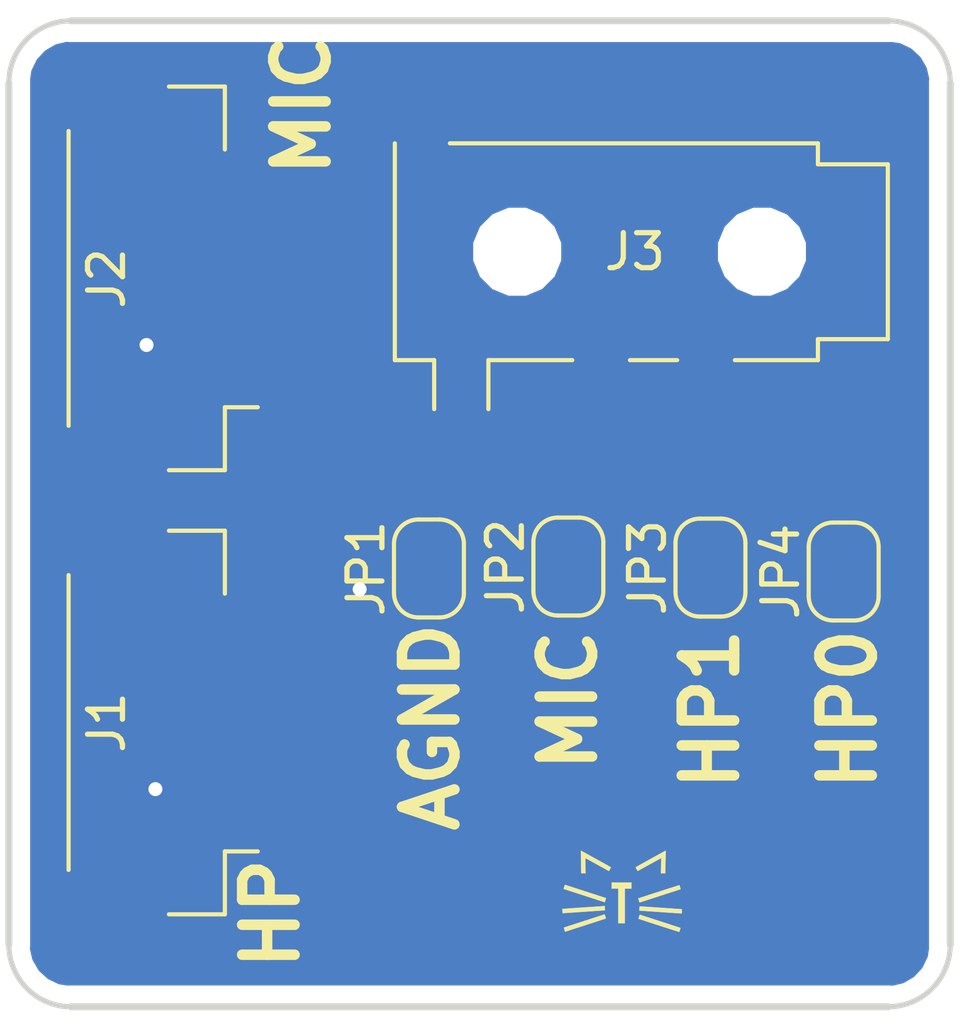
<source format=kicad_pcb>
(kicad_pcb (version 20171130) (host pcbnew "(5.0.0)")

  (general
    (thickness 1.6)
    (drawings 14)
    (tracks 44)
    (zones 0)
    (modules 8)
    (nets 13)
  )

  (page A4)
  (layers
    (0 F.Cu signal)
    (31 B.Cu signal)
    (32 B.Adhes user)
    (33 F.Adhes user)
    (34 B.Paste user)
    (35 F.Paste user)
    (36 B.SilkS user)
    (37 F.SilkS user)
    (38 B.Mask user)
    (39 F.Mask user)
    (40 Dwgs.User user)
    (41 Cmts.User user)
    (42 Eco1.User user)
    (43 Eco2.User user)
    (44 Edge.Cuts user)
    (45 Margin user)
    (46 B.CrtYd user)
    (47 F.CrtYd user)
    (48 B.Fab user)
    (49 F.Fab user)
  )

  (setup
    (last_trace_width 0.25)
    (trace_clearance 0.2)
    (zone_clearance 0.508)
    (zone_45_only no)
    (trace_min 0.2)
    (segment_width 0.2)
    (edge_width 0.15)
    (via_size 0.8)
    (via_drill 0.4)
    (via_min_size 0.4)
    (via_min_drill 0.3)
    (uvia_size 0.3)
    (uvia_drill 0.1)
    (uvias_allowed no)
    (uvia_min_size 0.2)
    (uvia_min_drill 0.1)
    (pcb_text_width 0.3)
    (pcb_text_size 1.5 1.5)
    (mod_edge_width 0.15)
    (mod_text_size 1 1)
    (mod_text_width 0.15)
    (pad_size 1.524 1.524)
    (pad_drill 0.762)
    (pad_to_mask_clearance 0.2)
    (aux_axis_origin 0 0)
    (visible_elements FFFFFF7F)
    (pcbplotparams
      (layerselection 0x010fc_ffffffff)
      (usegerberextensions false)
      (usegerberattributes false)
      (usegerberadvancedattributes false)
      (creategerberjobfile false)
      (excludeedgelayer true)
      (linewidth 0.100000)
      (plotframeref false)
      (viasonmask false)
      (mode 1)
      (useauxorigin false)
      (hpglpennumber 1)
      (hpglpenspeed 20)
      (hpglpendiameter 15.000000)
      (psnegative false)
      (psa4output false)
      (plotreference true)
      (plotvalue true)
      (plotinvisibletext false)
      (padsonsilk false)
      (subtractmaskfromsilk false)
      (outputformat 1)
      (mirror false)
      (drillshape 0)
      (scaleselection 1)
      (outputdirectory ""))
  )

  (net 0 "")
  (net 1 DGND)
  (net 2 AGND)
  (net 3 HP0)
  (net 4 HP1)
  (net 5 3V3)
  (net 6 5V)
  (net 7 MIC_1)
  (net 8 MIC_0)
  (net 9 "Net-(J3-Pad4)")
  (net 10 "Net-(J3-Pad1)")
  (net 11 "Net-(J3-Pad2)")
  (net 12 "Net-(J3-Pad3)")

  (net_class Default "This is the default net class."
    (clearance 0.2)
    (trace_width 0.25)
    (via_dia 0.8)
    (via_drill 0.4)
    (uvia_dia 0.3)
    (uvia_drill 0.1)
    (add_net 3V3)
    (add_net 5V)
    (add_net AGND)
    (add_net DGND)
    (add_net HP0)
    (add_net HP1)
    (add_net MIC_0)
    (add_net MIC_1)
    (add_net "Net-(J3-Pad1)")
    (add_net "Net-(J3-Pad2)")
    (add_net "Net-(J3-Pad3)")
    (add_net "Net-(J3-Pad4)")
  )

  (module Connector_JST:JST_GH_BM06B-GHS-TBT_1x06-1MP_P1.25mm_Vertical (layer F.Cu) (tedit 5AA47DC8) (tstamp 5C3549C9)
    (at 121.92 97.79 90)
    (descr "JST GH series connector, BM06B-GHS-TBT (http://www.jst-mfg.com/product/pdf/eng/eGH.pdf), generated with kicad-footprint-generator")
    (tags "connector JST GH side entry")
    (path /5C354439)
    (attr smd)
    (fp_text reference J1 (at 0 -1.524 90) (layer F.SilkS)
      (effects (font (size 1 1) (thickness 0.15)))
    )
    (fp_text value Conn_01x06_Male (at 0 4 90) (layer F.Fab)
      (effects (font (size 1 1) (thickness 0.15)))
    )
    (fp_line (start -5.375 1.75) (end 5.375 1.75) (layer F.Fab) (width 0.1))
    (fp_line (start -5.485 0.26) (end -5.485 1.86) (layer F.SilkS) (width 0.12))
    (fp_line (start -5.485 1.86) (end -3.685 1.86) (layer F.SilkS) (width 0.12))
    (fp_line (start -3.685 1.86) (end -3.685 2.8) (layer F.SilkS) (width 0.12))
    (fp_line (start 5.485 0.26) (end 5.485 1.86) (layer F.SilkS) (width 0.12))
    (fp_line (start 5.485 1.86) (end 3.685 1.86) (layer F.SilkS) (width 0.12))
    (fp_line (start -4.215 -2.61) (end 4.215 -2.61) (layer F.SilkS) (width 0.12))
    (fp_line (start -5.375 -2.5) (end 5.375 -2.5) (layer F.Fab) (width 0.1))
    (fp_line (start -5.375 1.75) (end -5.375 -2.5) (layer F.Fab) (width 0.1))
    (fp_line (start 5.375 1.75) (end 5.375 -2.5) (layer F.Fab) (width 0.1))
    (fp_line (start -3.375 -0.5) (end -3.375 0) (layer F.Fab) (width 0.1))
    (fp_line (start -3.375 0) (end -2.875 0) (layer F.Fab) (width 0.1))
    (fp_line (start -2.875 0) (end -2.875 -0.5) (layer F.Fab) (width 0.1))
    (fp_line (start -2.875 -0.5) (end -3.375 -0.5) (layer F.Fab) (width 0.1))
    (fp_line (start -2.125 -0.5) (end -2.125 0) (layer F.Fab) (width 0.1))
    (fp_line (start -2.125 0) (end -1.625 0) (layer F.Fab) (width 0.1))
    (fp_line (start -1.625 0) (end -1.625 -0.5) (layer F.Fab) (width 0.1))
    (fp_line (start -1.625 -0.5) (end -2.125 -0.5) (layer F.Fab) (width 0.1))
    (fp_line (start -0.875 -0.5) (end -0.875 0) (layer F.Fab) (width 0.1))
    (fp_line (start -0.875 0) (end -0.375 0) (layer F.Fab) (width 0.1))
    (fp_line (start -0.375 0) (end -0.375 -0.5) (layer F.Fab) (width 0.1))
    (fp_line (start -0.375 -0.5) (end -0.875 -0.5) (layer F.Fab) (width 0.1))
    (fp_line (start 0.375 -0.5) (end 0.375 0) (layer F.Fab) (width 0.1))
    (fp_line (start 0.375 0) (end 0.875 0) (layer F.Fab) (width 0.1))
    (fp_line (start 0.875 0) (end 0.875 -0.5) (layer F.Fab) (width 0.1))
    (fp_line (start 0.875 -0.5) (end 0.375 -0.5) (layer F.Fab) (width 0.1))
    (fp_line (start 1.625 -0.5) (end 1.625 0) (layer F.Fab) (width 0.1))
    (fp_line (start 1.625 0) (end 2.125 0) (layer F.Fab) (width 0.1))
    (fp_line (start 2.125 0) (end 2.125 -0.5) (layer F.Fab) (width 0.1))
    (fp_line (start 2.125 -0.5) (end 1.625 -0.5) (layer F.Fab) (width 0.1))
    (fp_line (start 2.875 -0.5) (end 2.875 0) (layer F.Fab) (width 0.1))
    (fp_line (start 2.875 0) (end 3.375 0) (layer F.Fab) (width 0.1))
    (fp_line (start 3.375 0) (end 3.375 -0.5) (layer F.Fab) (width 0.1))
    (fp_line (start 3.375 -0.5) (end 2.875 -0.5) (layer F.Fab) (width 0.1))
    (fp_line (start -5.98 -3.3) (end -5.98 3.3) (layer F.CrtYd) (width 0.05))
    (fp_line (start -5.98 3.3) (end 5.98 3.3) (layer F.CrtYd) (width 0.05))
    (fp_line (start 5.98 3.3) (end 5.98 -3.3) (layer F.CrtYd) (width 0.05))
    (fp_line (start 5.98 -3.3) (end -5.98 -3.3) (layer F.CrtYd) (width 0.05))
    (fp_line (start -3.625 1.75) (end -3.125 1.042893) (layer F.Fab) (width 0.1))
    (fp_line (start -3.125 1.042893) (end -2.625 1.75) (layer F.Fab) (width 0.1))
    (fp_text user %R (at 0 -1.5 90) (layer F.Fab)
      (effects (font (size 1 1) (thickness 0.15)))
    )
    (pad 1 smd rect (at -3.125 1.95 90) (size 0.6 1.7) (layers F.Cu F.Paste F.Mask)
      (net 1 DGND))
    (pad 2 smd rect (at -1.875 1.95 90) (size 0.6 1.7) (layers F.Cu F.Paste F.Mask)
      (net 2 AGND))
    (pad 3 smd rect (at -0.625 1.95 90) (size 0.6 1.7) (layers F.Cu F.Paste F.Mask)
      (net 3 HP0))
    (pad 4 smd rect (at 0.625 1.95 90) (size 0.6 1.7) (layers F.Cu F.Paste F.Mask)
      (net 4 HP1))
    (pad 5 smd rect (at 1.875 1.95 90) (size 0.6 1.7) (layers F.Cu F.Paste F.Mask)
      (net 5 3V3))
    (pad 6 smd rect (at 3.125 1.95 90) (size 0.6 1.7) (layers F.Cu F.Paste F.Mask)
      (net 6 5V))
    (pad MP smd rect (at -4.975 -1.4 90) (size 1 2.8) (layers F.Cu F.Paste F.Mask))
    (pad MP smd rect (at 4.975 -1.4 90) (size 1 2.8) (layers F.Cu F.Paste F.Mask))
    (model ${KISYS3DMOD}/Connector_JST.3dshapes/JST_GH_BM06B-GHS-TBT_1x06-1MP_P1.25mm_Vertical.wrl
      (at (xyz 0 0 0))
      (scale (xyz 1 1 1))
      (rotate (xyz 0 0 0))
    )
  )

  (module Connector_JST:JST_GH_BM06B-GHS-TBT_1x06-1MP_P1.25mm_Vertical (layer F.Cu) (tedit 5AA47DC8) (tstamp 5C3549FE)
    (at 121.92 85.09 90)
    (descr "JST GH series connector, BM06B-GHS-TBT (http://www.jst-mfg.com/product/pdf/eng/eGH.pdf), generated with kicad-footprint-generator")
    (tags "connector JST GH side entry")
    (path /5C3544C9)
    (attr smd)
    (fp_text reference J2 (at 0 -1.524 90) (layer F.SilkS)
      (effects (font (size 1 1) (thickness 0.15)))
    )
    (fp_text value Conn_01x06_Male (at 0 4 90) (layer F.Fab)
      (effects (font (size 1 1) (thickness 0.15)))
    )
    (fp_line (start -5.375 1.75) (end 5.375 1.75) (layer F.Fab) (width 0.1))
    (fp_line (start -5.485 0.26) (end -5.485 1.86) (layer F.SilkS) (width 0.12))
    (fp_line (start -5.485 1.86) (end -3.685 1.86) (layer F.SilkS) (width 0.12))
    (fp_line (start -3.685 1.86) (end -3.685 2.8) (layer F.SilkS) (width 0.12))
    (fp_line (start 5.485 0.26) (end 5.485 1.86) (layer F.SilkS) (width 0.12))
    (fp_line (start 5.485 1.86) (end 3.685 1.86) (layer F.SilkS) (width 0.12))
    (fp_line (start -4.215 -2.61) (end 4.215 -2.61) (layer F.SilkS) (width 0.12))
    (fp_line (start -5.375 -2.5) (end 5.375 -2.5) (layer F.Fab) (width 0.1))
    (fp_line (start -5.375 1.75) (end -5.375 -2.5) (layer F.Fab) (width 0.1))
    (fp_line (start 5.375 1.75) (end 5.375 -2.5) (layer F.Fab) (width 0.1))
    (fp_line (start -3.375 -0.5) (end -3.375 0) (layer F.Fab) (width 0.1))
    (fp_line (start -3.375 0) (end -2.875 0) (layer F.Fab) (width 0.1))
    (fp_line (start -2.875 0) (end -2.875 -0.5) (layer F.Fab) (width 0.1))
    (fp_line (start -2.875 -0.5) (end -3.375 -0.5) (layer F.Fab) (width 0.1))
    (fp_line (start -2.125 -0.5) (end -2.125 0) (layer F.Fab) (width 0.1))
    (fp_line (start -2.125 0) (end -1.625 0) (layer F.Fab) (width 0.1))
    (fp_line (start -1.625 0) (end -1.625 -0.5) (layer F.Fab) (width 0.1))
    (fp_line (start -1.625 -0.5) (end -2.125 -0.5) (layer F.Fab) (width 0.1))
    (fp_line (start -0.875 -0.5) (end -0.875 0) (layer F.Fab) (width 0.1))
    (fp_line (start -0.875 0) (end -0.375 0) (layer F.Fab) (width 0.1))
    (fp_line (start -0.375 0) (end -0.375 -0.5) (layer F.Fab) (width 0.1))
    (fp_line (start -0.375 -0.5) (end -0.875 -0.5) (layer F.Fab) (width 0.1))
    (fp_line (start 0.375 -0.5) (end 0.375 0) (layer F.Fab) (width 0.1))
    (fp_line (start 0.375 0) (end 0.875 0) (layer F.Fab) (width 0.1))
    (fp_line (start 0.875 0) (end 0.875 -0.5) (layer F.Fab) (width 0.1))
    (fp_line (start 0.875 -0.5) (end 0.375 -0.5) (layer F.Fab) (width 0.1))
    (fp_line (start 1.625 -0.5) (end 1.625 0) (layer F.Fab) (width 0.1))
    (fp_line (start 1.625 0) (end 2.125 0) (layer F.Fab) (width 0.1))
    (fp_line (start 2.125 0) (end 2.125 -0.5) (layer F.Fab) (width 0.1))
    (fp_line (start 2.125 -0.5) (end 1.625 -0.5) (layer F.Fab) (width 0.1))
    (fp_line (start 2.875 -0.5) (end 2.875 0) (layer F.Fab) (width 0.1))
    (fp_line (start 2.875 0) (end 3.375 0) (layer F.Fab) (width 0.1))
    (fp_line (start 3.375 0) (end 3.375 -0.5) (layer F.Fab) (width 0.1))
    (fp_line (start 3.375 -0.5) (end 2.875 -0.5) (layer F.Fab) (width 0.1))
    (fp_line (start -5.98 -3.3) (end -5.98 3.3) (layer F.CrtYd) (width 0.05))
    (fp_line (start -5.98 3.3) (end 5.98 3.3) (layer F.CrtYd) (width 0.05))
    (fp_line (start 5.98 3.3) (end 5.98 -3.3) (layer F.CrtYd) (width 0.05))
    (fp_line (start 5.98 -3.3) (end -5.98 -3.3) (layer F.CrtYd) (width 0.05))
    (fp_line (start -3.625 1.75) (end -3.125 1.042893) (layer F.Fab) (width 0.1))
    (fp_line (start -3.125 1.042893) (end -2.625 1.75) (layer F.Fab) (width 0.1))
    (fp_text user %R (at 0 -1.5 90) (layer F.Fab)
      (effects (font (size 1 1) (thickness 0.15)))
    )
    (pad 1 smd rect (at -3.125 1.95 90) (size 0.6 1.7) (layers F.Cu F.Paste F.Mask)
      (net 1 DGND))
    (pad 2 smd rect (at -1.875 1.95 90) (size 0.6 1.7) (layers F.Cu F.Paste F.Mask)
      (net 2 AGND))
    (pad 3 smd rect (at -0.625 1.95 90) (size 0.6 1.7) (layers F.Cu F.Paste F.Mask)
      (net 8 MIC_0))
    (pad 4 smd rect (at 0.625 1.95 90) (size 0.6 1.7) (layers F.Cu F.Paste F.Mask)
      (net 7 MIC_1))
    (pad 5 smd rect (at 1.875 1.95 90) (size 0.6 1.7) (layers F.Cu F.Paste F.Mask)
      (net 5 3V3))
    (pad 6 smd rect (at 3.125 1.95 90) (size 0.6 1.7) (layers F.Cu F.Paste F.Mask)
      (net 6 5V))
    (pad MP smd rect (at -4.975 -1.4 90) (size 1 2.8) (layers F.Cu F.Paste F.Mask))
    (pad MP smd rect (at 4.975 -1.4 90) (size 1 2.8) (layers F.Cu F.Paste F.Mask))
    (model ${KISYS3DMOD}/Connector_JST.3dshapes/JST_GH_BM06B-GHS-TBT_1x06-1MP_P1.25mm_Vertical.wrl
      (at (xyz 0 0 0))
      (scale (xyz 1 1 1))
      (rotate (xyz 0 0 0))
    )
  )

  (module Connector_Audio:Jack_3.5mm_PJ320D_Horizontal (layer F.Cu) (tedit 5A1DBF1B) (tstamp 5C354A23)
    (at 134.366 84.328 180)
    (descr "Headphones with microphone connector, 3.5mm, 4 pins.")
    (tags "3.5mm jack mic microphone phones headphones 4pins audio plug")
    (path /5C36AA5D)
    (attr smd)
    (fp_text reference J3 (at -1.143 0 180) (layer F.SilkS)
      (effects (font (size 1 1) (thickness 0.15)))
    )
    (fp_text value AudioJack4_Ground (at -0.025 6.35 180) (layer F.Fab)
      (effects (font (size 1 1) (thickness 0.15)))
    )
    (fp_text user %R (at -1.195 0 180) (layer F.Fab)
      (effects (font (size 1 1) (thickness 0.15)))
    )
    (fp_line (start 3.05 -3.1) (end 3.05 -4.5) (layer F.SilkS) (width 0.12))
    (fp_line (start 4.6 -3.1) (end 4.6 -4.5) (layer F.SilkS) (width 0.12))
    (fp_line (start 5.575 2.9) (end -6.225 2.9) (layer F.Fab) (width 0.1))
    (fp_line (start -6.225 2.9) (end -6.225 2.3) (layer F.Fab) (width 0.1))
    (fp_line (start -6.225 2.3) (end -8.225 2.3) (layer F.Fab) (width 0.1))
    (fp_line (start -8.225 2.3) (end -8.225 -2.3) (layer F.Fab) (width 0.1))
    (fp_line (start -8.225 -2.3) (end -6.225 -2.3) (layer F.Fab) (width 0.1))
    (fp_line (start -6.225 -2.3) (end -6.225 -2.9) (layer F.Fab) (width 0.1))
    (fp_line (start -6.225 -2.9) (end 5.575 -2.9) (layer F.Fab) (width 0.1))
    (fp_line (start 5.575 -2.9) (end 5.575 2.9) (layer F.Fab) (width 0.1))
    (fp_line (start 4.15 3.1) (end -6.375 3.1) (layer F.SilkS) (width 0.12))
    (fp_line (start 4.6 -3.1) (end 5.725 -3.1) (layer F.SilkS) (width 0.12))
    (fp_line (start 0.65 -3.1) (end 3.05 -3.1) (layer F.SilkS) (width 0.12))
    (fp_line (start -2.35 -3.1) (end -1 -3.1) (layer F.SilkS) (width 0.12))
    (fp_line (start -6.375 -3.1) (end -4 -3.1) (layer F.SilkS) (width 0.12))
    (fp_line (start 6.07 5) (end 6.07 -5) (layer F.CrtYd) (width 0.05))
    (fp_line (start -8.73 5) (end -8.73 -5) (layer F.CrtYd) (width 0.05))
    (fp_line (start 5.725 3.1) (end 5.725 -3.1) (layer F.SilkS) (width 0.12))
    (fp_line (start -8.73 5) (end 6.07 5) (layer F.CrtYd) (width 0.05))
    (fp_line (start -8.73 -5) (end 6.07 -5) (layer F.CrtYd) (width 0.05))
    (fp_line (start -6.375 -3.1) (end -6.375 -2.5) (layer F.SilkS) (width 0.12))
    (fp_line (start -6.375 2.5) (end -6.375 3.1) (layer F.SilkS) (width 0.12))
    (fp_line (start -8.375 -2.5) (end -8.375 2.5) (layer F.SilkS) (width 0.12))
    (fp_line (start -6.375 -2.5) (end -8.375 -2.5) (layer F.SilkS) (width 0.12))
    (fp_line (start -6.375 2.5) (end -8.375 2.5) (layer F.SilkS) (width 0.12))
    (fp_circle (center 3.9 -2.35) (end 3.95 -2.1) (layer F.Fab) (width 0.12))
    (pad 4 smd rect (at 4.925 3.25 180) (size 1.2 2.5) (layers F.Cu F.Paste F.Mask)
      (net 9 "Net-(J3-Pad4)"))
    (pad 1 smd rect (at 3.825 -3.25 180) (size 1.2 2.5) (layers F.Cu F.Paste F.Mask)
      (net 10 "Net-(J3-Pad1)"))
    (pad 2 smd rect (at -0.175 -3.25 180) (size 1.2 2.5) (layers F.Cu F.Paste F.Mask)
      (net 11 "Net-(J3-Pad2)"))
    (pad 3 smd rect (at -3.175 -3.25 180) (size 1.2 2.5) (layers F.Cu F.Paste F.Mask)
      (net 12 "Net-(J3-Pad3)"))
    (pad "" np_thru_hole circle (at -4.775 0 180) (size 1.5 1.5) (drill 1.5) (layers *.Cu *.Mask))
    (pad "" np_thru_hole circle (at 2.225 0 180) (size 1.5 1.5) (drill 1.5) (layers *.Cu *.Mask))
    (model ${KISYS3DMOD}/Connector_Audio.3dshapes/Jack_3.5mm_PJ320D_Horizontal.wrl
      (at (xyz 0 0 0))
      (scale (xyz 1 1 1))
      (rotate (xyz 0 0 0))
    )
  )

  (module Jumper:SolderJumper-2_P1.3mm_Bridged_RoundedPad1.0x1.5mm (layer F.Cu) (tedit 5B391ABA) (tstamp 5C354A35)
    (at 129.6162 93.3854 90)
    (descr "SMD Solder Jumper, 1x1.5mm, rounded Pads, 0.3mm gap, bridged with 1 copper strip")
    (tags "solder jumper open")
    (path /5C36B451)
    (attr virtual)
    (fp_text reference JP1 (at 0 -1.8 90) (layer F.SilkS)
      (effects (font (size 1 1) (thickness 0.15)))
    )
    (fp_text value SolderJumper_2_Bridged (at 0 1.9 90) (layer F.Fab)
      (effects (font (size 1 1) (thickness 0.15)))
    )
    (fp_arc (start 0.7 -0.3) (end 1.4 -0.3) (angle -90) (layer F.SilkS) (width 0.12))
    (fp_arc (start 0.7 0.3) (end 0.7 1) (angle -90) (layer F.SilkS) (width 0.12))
    (fp_arc (start -0.7 0.3) (end -1.4 0.3) (angle -90) (layer F.SilkS) (width 0.12))
    (fp_arc (start -0.7 -0.3) (end -0.7 -1) (angle -90) (layer F.SilkS) (width 0.12))
    (fp_line (start -1.4 0.3) (end -1.4 -0.3) (layer F.SilkS) (width 0.12))
    (fp_line (start 0.7 1) (end -0.7 1) (layer F.SilkS) (width 0.12))
    (fp_line (start 1.4 -0.3) (end 1.4 0.3) (layer F.SilkS) (width 0.12))
    (fp_line (start -0.7 -1) (end 0.7 -1) (layer F.SilkS) (width 0.12))
    (fp_line (start -1.65 -1.25) (end 1.65 -1.25) (layer F.CrtYd) (width 0.05))
    (fp_line (start -1.65 -1.25) (end -1.65 1.25) (layer F.CrtYd) (width 0.05))
    (fp_line (start 1.65 1.25) (end 1.65 -1.25) (layer F.CrtYd) (width 0.05))
    (fp_line (start 1.65 1.25) (end -1.65 1.25) (layer F.CrtYd) (width 0.05))
    (pad 1 smd custom (at -0.65 0 90) (size 1 0.5) (layers F.Cu F.Mask)
      (net 2 AGND) (zone_connect 0)
      (options (clearance outline) (anchor rect))
      (primitives
        (gr_circle (center 0 0.25) (end 0.5 0.25) (width 0))
        (gr_circle (center 0 -0.25) (end 0.5 -0.25) (width 0))
        (gr_poly (pts
           (xy 0 -0.75) (xy 0.5 -0.75) (xy 0.5 0.75) (xy 0 0.75)) (width 0))
        (gr_poly (pts
           (xy 0.9 -0.3) (xy 0.4 -0.3) (xy 0.4 0.3) (xy 0.9 0.3)) (width 0))
      ))
    (pad 2 smd custom (at 0.65 0 90) (size 1 0.5) (layers F.Cu F.Mask)
      (net 9 "Net-(J3-Pad4)") (zone_connect 0)
      (options (clearance outline) (anchor rect))
      (primitives
        (gr_circle (center 0 0.25) (end 0.5 0.25) (width 0))
        (gr_circle (center 0 -0.25) (end 0.5 -0.25) (width 0))
        (gr_poly (pts
           (xy 0 -0.75) (xy -0.5 -0.75) (xy -0.5 0.75) (xy 0 0.75)) (width 0))
      ))
  )

  (module Jumper:SolderJumper-2_P1.3mm_Bridged_RoundedPad1.0x1.5mm (layer F.Cu) (tedit 5B391ABA) (tstamp 5C354A47)
    (at 133.604 93.33 90)
    (descr "SMD Solder Jumper, 1x1.5mm, rounded Pads, 0.3mm gap, bridged with 1 copper strip")
    (tags "solder jumper open")
    (path /5C36B95E)
    (attr virtual)
    (fp_text reference JP2 (at 0 -1.8 90) (layer F.SilkS)
      (effects (font (size 1 1) (thickness 0.15)))
    )
    (fp_text value SolderJumper_2_Bridged (at 0 1.9 90) (layer F.Fab)
      (effects (font (size 1 1) (thickness 0.15)))
    )
    (fp_line (start 1.65 1.25) (end -1.65 1.25) (layer F.CrtYd) (width 0.05))
    (fp_line (start 1.65 1.25) (end 1.65 -1.25) (layer F.CrtYd) (width 0.05))
    (fp_line (start -1.65 -1.25) (end -1.65 1.25) (layer F.CrtYd) (width 0.05))
    (fp_line (start -1.65 -1.25) (end 1.65 -1.25) (layer F.CrtYd) (width 0.05))
    (fp_line (start -0.7 -1) (end 0.7 -1) (layer F.SilkS) (width 0.12))
    (fp_line (start 1.4 -0.3) (end 1.4 0.3) (layer F.SilkS) (width 0.12))
    (fp_line (start 0.7 1) (end -0.7 1) (layer F.SilkS) (width 0.12))
    (fp_line (start -1.4 0.3) (end -1.4 -0.3) (layer F.SilkS) (width 0.12))
    (fp_arc (start -0.7 -0.3) (end -0.7 -1) (angle -90) (layer F.SilkS) (width 0.12))
    (fp_arc (start -0.7 0.3) (end -1.4 0.3) (angle -90) (layer F.SilkS) (width 0.12))
    (fp_arc (start 0.7 0.3) (end 0.7 1) (angle -90) (layer F.SilkS) (width 0.12))
    (fp_arc (start 0.7 -0.3) (end 1.4 -0.3) (angle -90) (layer F.SilkS) (width 0.12))
    (pad 2 smd custom (at 0.65 0 90) (size 1 0.5) (layers F.Cu F.Mask)
      (net 12 "Net-(J3-Pad3)") (zone_connect 0)
      (options (clearance outline) (anchor rect))
      (primitives
        (gr_circle (center 0 0.25) (end 0.5 0.25) (width 0))
        (gr_circle (center 0 -0.25) (end 0.5 -0.25) (width 0))
        (gr_poly (pts
           (xy 0 -0.75) (xy -0.5 -0.75) (xy -0.5 0.75) (xy 0 0.75)) (width 0))
      ))
    (pad 1 smd custom (at -0.65 0 90) (size 1 0.5) (layers F.Cu F.Mask)
      (net 8 MIC_0) (zone_connect 0)
      (options (clearance outline) (anchor rect))
      (primitives
        (gr_circle (center 0 0.25) (end 0.5 0.25) (width 0))
        (gr_circle (center 0 -0.25) (end 0.5 -0.25) (width 0))
        (gr_poly (pts
           (xy 0 -0.75) (xy 0.5 -0.75) (xy 0.5 0.75) (xy 0 0.75)) (width 0))
        (gr_poly (pts
           (xy 0.9 -0.3) (xy 0.4 -0.3) (xy 0.4 0.3) (xy 0.9 0.3)) (width 0))
      ))
  )

  (module Jumper:SolderJumper-2_P1.3mm_Bridged_RoundedPad1.0x1.5mm (layer F.Cu) (tedit 5B391ABA) (tstamp 5C354A59)
    (at 137.668 93.36 90)
    (descr "SMD Solder Jumper, 1x1.5mm, rounded Pads, 0.3mm gap, bridged with 1 copper strip")
    (tags "solder jumper open")
    (path /5C36B4CA)
    (attr virtual)
    (fp_text reference JP3 (at 0 -1.8 90) (layer F.SilkS)
      (effects (font (size 1 1) (thickness 0.15)))
    )
    (fp_text value SolderJumper_2_Bridged (at 0 1.9 90) (layer F.Fab)
      (effects (font (size 1 1) (thickness 0.15)))
    )
    (fp_line (start 1.65 1.25) (end -1.65 1.25) (layer F.CrtYd) (width 0.05))
    (fp_line (start 1.65 1.25) (end 1.65 -1.25) (layer F.CrtYd) (width 0.05))
    (fp_line (start -1.65 -1.25) (end -1.65 1.25) (layer F.CrtYd) (width 0.05))
    (fp_line (start -1.65 -1.25) (end 1.65 -1.25) (layer F.CrtYd) (width 0.05))
    (fp_line (start -0.7 -1) (end 0.7 -1) (layer F.SilkS) (width 0.12))
    (fp_line (start 1.4 -0.3) (end 1.4 0.3) (layer F.SilkS) (width 0.12))
    (fp_line (start 0.7 1) (end -0.7 1) (layer F.SilkS) (width 0.12))
    (fp_line (start -1.4 0.3) (end -1.4 -0.3) (layer F.SilkS) (width 0.12))
    (fp_arc (start -0.7 -0.3) (end -0.7 -1) (angle -90) (layer F.SilkS) (width 0.12))
    (fp_arc (start -0.7 0.3) (end -1.4 0.3) (angle -90) (layer F.SilkS) (width 0.12))
    (fp_arc (start 0.7 0.3) (end 0.7 1) (angle -90) (layer F.SilkS) (width 0.12))
    (fp_arc (start 0.7 -0.3) (end 1.4 -0.3) (angle -90) (layer F.SilkS) (width 0.12))
    (pad 2 smd custom (at 0.65 0 90) (size 1 0.5) (layers F.Cu F.Mask)
      (net 11 "Net-(J3-Pad2)") (zone_connect 0)
      (options (clearance outline) (anchor rect))
      (primitives
        (gr_circle (center 0 0.25) (end 0.5 0.25) (width 0))
        (gr_circle (center 0 -0.25) (end 0.5 -0.25) (width 0))
        (gr_poly (pts
           (xy 0 -0.75) (xy -0.5 -0.75) (xy -0.5 0.75) (xy 0 0.75)) (width 0))
      ))
    (pad 1 smd custom (at -0.65 0 90) (size 1 0.5) (layers F.Cu F.Mask)
      (net 4 HP1) (zone_connect 0)
      (options (clearance outline) (anchor rect))
      (primitives
        (gr_circle (center 0 0.25) (end 0.5 0.25) (width 0))
        (gr_circle (center 0 -0.25) (end 0.5 -0.25) (width 0))
        (gr_poly (pts
           (xy 0 -0.75) (xy 0.5 -0.75) (xy 0.5 0.75) (xy 0 0.75)) (width 0))
        (gr_poly (pts
           (xy 0.9 -0.3) (xy 0.4 -0.3) (xy 0.4 0.3) (xy 0.9 0.3)) (width 0))
      ))
  )

  (module Jumper:SolderJumper-2_P1.3mm_Bridged_RoundedPad1.0x1.5mm (layer F.Cu) (tedit 5B391ABA) (tstamp 5C354A6B)
    (at 141.478 93.472 90)
    (descr "SMD Solder Jumper, 1x1.5mm, rounded Pads, 0.3mm gap, bridged with 1 copper strip")
    (tags "solder jumper open")
    (path /5C36B7CC)
    (attr virtual)
    (fp_text reference JP4 (at 0 -1.8 90) (layer F.SilkS)
      (effects (font (size 1 1) (thickness 0.15)))
    )
    (fp_text value SolderJumper_2_Bridged (at 0 1.9 90) (layer F.Fab)
      (effects (font (size 1 1) (thickness 0.15)))
    )
    (fp_arc (start 0.7 -0.3) (end 1.4 -0.3) (angle -90) (layer F.SilkS) (width 0.12))
    (fp_arc (start 0.7 0.3) (end 0.7 1) (angle -90) (layer F.SilkS) (width 0.12))
    (fp_arc (start -0.7 0.3) (end -1.4 0.3) (angle -90) (layer F.SilkS) (width 0.12))
    (fp_arc (start -0.7 -0.3) (end -0.7 -1) (angle -90) (layer F.SilkS) (width 0.12))
    (fp_line (start -1.4 0.3) (end -1.4 -0.3) (layer F.SilkS) (width 0.12))
    (fp_line (start 0.7 1) (end -0.7 1) (layer F.SilkS) (width 0.12))
    (fp_line (start 1.4 -0.3) (end 1.4 0.3) (layer F.SilkS) (width 0.12))
    (fp_line (start -0.7 -1) (end 0.7 -1) (layer F.SilkS) (width 0.12))
    (fp_line (start -1.65 -1.25) (end 1.65 -1.25) (layer F.CrtYd) (width 0.05))
    (fp_line (start -1.65 -1.25) (end -1.65 1.25) (layer F.CrtYd) (width 0.05))
    (fp_line (start 1.65 1.25) (end 1.65 -1.25) (layer F.CrtYd) (width 0.05))
    (fp_line (start 1.65 1.25) (end -1.65 1.25) (layer F.CrtYd) (width 0.05))
    (pad 1 smd custom (at -0.65 0 90) (size 1 0.5) (layers F.Cu F.Mask)
      (net 3 HP0) (zone_connect 0)
      (options (clearance outline) (anchor rect))
      (primitives
        (gr_circle (center 0 0.25) (end 0.5 0.25) (width 0))
        (gr_circle (center 0 -0.25) (end 0.5 -0.25) (width 0))
        (gr_poly (pts
           (xy 0 -0.75) (xy 0.5 -0.75) (xy 0.5 0.75) (xy 0 0.75)) (width 0))
        (gr_poly (pts
           (xy 0.9 -0.3) (xy 0.4 -0.3) (xy 0.4 0.3) (xy 0.9 0.3)) (width 0))
      ))
    (pad 2 smd custom (at 0.65 0 90) (size 1 0.5) (layers F.Cu F.Mask)
      (net 10 "Net-(J3-Pad1)") (zone_connect 0)
      (options (clearance outline) (anchor rect))
      (primitives
        (gr_circle (center 0 0.25) (end 0.5 0.25) (width 0))
        (gr_circle (center 0 -0.25) (end 0.5 -0.25) (width 0))
        (gr_poly (pts
           (xy 0 -0.75) (xy -0.5 -0.75) (xy -0.5 0.75) (xy 0 0.75)) (width 0))
      ))
  )

  (module "PoESpeak:LOGO (2)" (layer F.Cu) (tedit 0) (tstamp 5C4194AC)
    (at 135.128 102.616)
    (fp_text reference G*** (at 0 0) (layer F.SilkS) hide
      (effects (font (size 1.524 1.524) (thickness 0.3)))
    )
    (fp_text value LOGO (at 0.75 0) (layer F.SilkS) hide
      (effects (font (size 1.524 1.524) (thickness 0.3)))
    )
    (fp_poly (pts (xy 0.522986 0.672782) (xy 0.52671 0.673922) (xy 0.535449 0.676691) (xy 0.548904 0.680993)
      (xy 0.566775 0.686731) (xy 0.588765 0.693807) (xy 0.614572 0.702125) (xy 0.643899 0.711588)
      (xy 0.676447 0.722099) (xy 0.711916 0.73356) (xy 0.750008 0.745876) (xy 0.790423 0.758949)
      (xy 0.832862 0.772682) (xy 0.877027 0.786978) (xy 0.922618 0.80174) (xy 0.969337 0.816872)
      (xy 1.016884 0.832276) (xy 1.06496 0.847856) (xy 1.113266 0.863514) (xy 1.161504 0.879154)
      (xy 1.209374 0.894678) (xy 1.256577 0.90999) (xy 1.302814 0.924993) (xy 1.347787 0.93959)
      (xy 1.391195 0.953683) (xy 1.432741 0.967177) (xy 1.472124 0.979974) (xy 1.509047 0.991976)
      (xy 1.54321 1.003088) (xy 1.574313 1.013213) (xy 1.602059 1.022252) (xy 1.626147 1.03011)
      (xy 1.64628 1.036689) (xy 1.662157 1.041893) (xy 1.67348 1.045624) (xy 1.67995 1.047786)
      (xy 1.681437 1.048318) (xy 1.680995 1.051237) (xy 1.679064 1.058533) (xy 1.675954 1.069231)
      (xy 1.671973 1.082357) (xy 1.667432 1.096939) (xy 1.66264 1.112001) (xy 1.657906 1.126571)
      (xy 1.65354 1.139674) (xy 1.649852 1.150336) (xy 1.647151 1.157584) (xy 1.645808 1.160396)
      (xy 1.642985 1.159719) (xy 1.635038 1.157378) (xy 1.622214 1.153451) (xy 1.604757 1.148016)
      (xy 1.582914 1.141153) (xy 1.55693 1.13294) (xy 1.527051 1.123454) (xy 1.493522 1.112774)
      (xy 1.456588 1.10098) (xy 1.416496 1.088148) (xy 1.37349 1.074359) (xy 1.327817 1.059689)
      (xy 1.279722 1.044218) (xy 1.22945 1.028023) (xy 1.177247 1.011184) (xy 1.123358 0.993779)
      (xy 1.068029 0.975886) (xy 1.063978 0.974575) (xy 1.008545 0.956629) (xy 0.954536 0.939133)
      (xy 0.902196 0.922166) (xy 0.851772 0.905809) (xy 0.803508 0.890141) (xy 0.75765 0.875242)
      (xy 0.714445 0.861193) (xy 0.674137 0.848074) (xy 0.636972 0.835964) (xy 0.603197 0.824944)
      (xy 0.573056 0.815094) (xy 0.546795 0.806494) (xy 0.52466 0.799223) (xy 0.506896 0.793363)
      (xy 0.49375 0.788992) (xy 0.485466 0.786191) (xy 0.482291 0.78504) (xy 0.482266 0.785023)
      (xy 0.482576 0.781904) (xy 0.484439 0.774248) (xy 0.487622 0.762875) (xy 0.491895 0.748604)
      (xy 0.497024 0.732253) (xy 0.498663 0.727164) (xy 0.504758 0.708459) (xy 0.509447 0.694481)
      (xy 0.513023 0.684576) (xy 0.515779 0.678088) (xy 0.518008 0.674363) (xy 0.520003 0.672746)
      (xy 0.522056 0.672581) (xy 0.522986 0.672782)) (layer F.SilkS) (width 0.01))
    (fp_poly (pts (xy -0.488671 0.665753) (xy -0.486067 0.67271) (xy -0.482389 0.683139) (xy -0.477953 0.696087)
      (xy -0.473073 0.710601) (xy -0.468065 0.725729) (xy -0.463243 0.740515) (xy -0.458922 0.754009)
      (xy -0.455419 0.765255) (xy -0.453047 0.773301) (xy -0.452122 0.777194) (xy -0.45215 0.777404)
      (xy -0.454874 0.778314) (xy -0.462723 0.780881) (xy -0.475451 0.785025) (xy -0.492814 0.790667)
      (xy -0.514566 0.797726) (xy -0.540462 0.806124) (xy -0.570255 0.815781) (xy -0.603701 0.826617)
      (xy -0.640554 0.838554) (xy -0.680568 0.851511) (xy -0.723498 0.865409) (xy -0.769099 0.880168)
      (xy -0.817124 0.895709) (xy -0.86733 0.911953) (xy -0.919469 0.928819) (xy -0.973297 0.946229)
      (xy -1.028568 0.964103) (xy -1.031141 0.964935) (xy -1.086518 0.982843) (xy -1.140489 1.000298)
      (xy -1.192806 1.01722) (xy -1.243222 1.03353) (xy -1.29149 1.049147) (xy -1.337363 1.06399)
      (xy -1.380593 1.077981) (xy -1.420933 1.091039) (xy -1.458137 1.103084) (xy -1.491956 1.114036)
      (xy -1.522144 1.123815) (xy -1.548453 1.132341) (xy -1.570637 1.139533) (xy -1.588447 1.145313)
      (xy -1.601637 1.149599) (xy -1.60996 1.152312) (xy -1.613168 1.153372) (xy -1.613185 1.153378)
      (xy -1.617084 1.152241) (xy -1.619635 1.148077) (xy -1.62208 1.141187) (xy -1.625545 1.130817)
      (xy -1.629724 1.117945) (xy -1.634312 1.103549) (xy -1.639004 1.088609) (xy -1.643496 1.074104)
      (xy -1.647481 1.06101) (xy -1.650655 1.050308) (xy -1.652712 1.042977) (xy -1.653348 1.039993)
      (xy -1.653339 1.039977) (xy -1.650617 1.039039) (xy -1.642822 1.036461) (xy -1.630253 1.032341)
      (xy -1.613208 1.026774) (xy -1.591986 1.019858) (xy -1.566884 1.011689) (xy -1.538202 1.002363)
      (xy -1.506237 0.991978) (xy -1.471289 0.98063) (xy -1.433655 0.968416) (xy -1.393633 0.955431)
      (xy -1.351522 0.941774) (xy -1.307621 0.92754) (xy -1.262228 0.912825) (xy -1.21564 0.897728)
      (xy -1.168157 0.882343) (xy -1.120077 0.866769) (xy -1.071698 0.851101) (xy -1.023318 0.835436)
      (xy -0.975236 0.819871) (xy -0.92775 0.804502) (xy -0.881159 0.789426) (xy -0.835761 0.77474)
      (xy -0.791854 0.760539) (xy -0.749736 0.746922) (xy -0.709707 0.733984) (xy -0.672063 0.721821)
      (xy -0.637105 0.710532) (xy -0.605129 0.700211) (xy -0.576435 0.690957) (xy -0.55132 0.682865)
      (xy -0.530084 0.676032) (xy -0.513023 0.670554) (xy -0.500438 0.666529) (xy -0.492626 0.664053)
      (xy -0.489887 0.663222) (xy -0.488671 0.665753)) (layer F.SilkS) (width 0.01))
    (fp_poly (pts (xy 0.2794 -0.079022) (xy 0.090311 -0.079022) (xy 0.090311 0.9144) (xy -0.095955 0.9144)
      (xy -0.095955 -0.079022) (xy -0.285044 -0.079022) (xy -0.285044 -0.248355) (xy 0.2794 -0.248355)
      (xy 0.2794 -0.079022)) (layer F.SilkS) (width 0.01))
    (fp_poly (pts (xy 0.518109 0.432253) (xy 0.526277 0.432715) (xy 0.539447 0.433522) (xy 0.557305 0.434654)
      (xy 0.579537 0.436088) (xy 0.605828 0.437805) (xy 0.635864 0.439781) (xy 0.669331 0.441997)
      (xy 0.705914 0.44443) (xy 0.745299 0.447059) (xy 0.787172 0.449863) (xy 0.831218 0.45282)
      (xy 0.877123 0.455909) (xy 0.924572 0.459109) (xy 0.973252 0.462399) (xy 1.022848 0.465756)
      (xy 1.073045 0.46916) (xy 1.123529 0.472589) (xy 1.173986 0.476022) (xy 1.224102 0.479438)
      (xy 1.273562 0.482814) (xy 1.322052 0.486131) (xy 1.369257 0.489365) (xy 1.414863 0.492497)
      (xy 1.458556 0.495505) (xy 1.500022 0.498366) (xy 1.538945 0.501061) (xy 1.575012 0.503567)
      (xy 1.607909 0.505864) (xy 1.637321 0.507929) (xy 1.662933 0.509742) (xy 1.684432 0.51128)
      (xy 1.701503 0.512524) (xy 1.713832 0.513451) (xy 1.721104 0.51404) (xy 1.723073 0.514256)
      (xy 1.723117 0.517185) (xy 1.722777 0.524849) (xy 1.722105 0.536356) (xy 1.721154 0.550813)
      (xy 1.71998 0.567267) (xy 1.718744 0.584257) (xy 1.71766 0.599642) (xy 1.716798 0.612402)
      (xy 1.716227 0.621512) (xy 1.716017 0.625828) (xy 1.715569 0.62919) (xy 1.71353 0.631058)
      (xy 1.708648 0.631823) (xy 1.699669 0.631879) (xy 1.696861 0.631832) (xy 1.692207 0.631605)
      (xy 1.682194 0.631005) (xy 1.667097 0.630051) (xy 1.647189 0.62876) (xy 1.622742 0.627152)
      (xy 1.594031 0.625245) (xy 1.561327 0.623057) (xy 1.524905 0.620606) (xy 1.485038 0.617912)
      (xy 1.441998 0.614992) (xy 1.396059 0.611865) (xy 1.347493 0.60855) (xy 1.296575 0.605065)
      (xy 1.243578 0.601428) (xy 1.188773 0.597658) (xy 1.132436 0.593773) (xy 1.093611 0.591091)
      (xy 1.036664 0.587153) (xy 0.981217 0.583318) (xy 0.927534 0.579604) (xy 0.875875 0.57603)
      (xy 0.826505 0.572613) (xy 0.779686 0.569372) (xy 0.735679 0.566325) (xy 0.694749 0.56349)
      (xy 0.657157 0.560885) (xy 0.623165 0.558529) (xy 0.593038 0.55644) (xy 0.567036 0.554636)
      (xy 0.545423 0.553134) (xy 0.52846 0.551954) (xy 0.516412 0.551114) (xy 0.50954 0.550631)
      (xy 0.507942 0.550515) (xy 0.507728 0.547817) (xy 0.507874 0.540494) (xy 0.50832 0.529553)
      (xy 0.509002 0.515996) (xy 0.50986 0.500829) (xy 0.51083 0.485057) (xy 0.511851 0.469683)
      (xy 0.51286 0.455712) (xy 0.513796 0.44415) (xy 0.514596 0.435999) (xy 0.515198 0.432266)
      (xy 0.515258 0.432159) (xy 0.518109 0.432253)) (layer F.SilkS) (width 0.01))
    (fp_poly (pts (xy -0.486318 0.426814) (xy -0.485558 0.434427) (xy -0.484614 0.445626) (xy -0.483555 0.459389)
      (xy -0.482451 0.474693) (xy -0.481373 0.490515) (xy -0.480389 0.505831) (xy -0.47957 0.519619)
      (xy -0.478985 0.530855) (xy -0.478704 0.538517) (xy -0.478797 0.541581) (xy -0.478798 0.541583)
      (xy -0.481648 0.541881) (xy -0.489814 0.542537) (xy -0.50298 0.543531) (xy -0.520829 0.54484)
      (xy -0.543045 0.546443) (xy -0.569314 0.548318) (xy -0.599318 0.550444) (xy -0.632742 0.552798)
      (xy -0.66927 0.555359) (xy -0.708586 0.558106) (xy -0.750374 0.561016) (xy -0.794317 0.564068)
      (xy -0.840101 0.567241) (xy -0.887409 0.570512) (xy -0.935924 0.57386) (xy -0.985332 0.577264)
      (xy -1.035316 0.580701) (xy -1.085559 0.58415) (xy -1.135747 0.587589) (xy -1.185563 0.590997)
      (xy -1.234692 0.594351) (xy -1.282816 0.597631) (xy -1.329621 0.600814) (xy -1.37479 0.603879)
      (xy -1.418007 0.606804) (xy -1.458957 0.609568) (xy -1.497323 0.612148) (xy -1.532789 0.614524)
      (xy -1.56504 0.616672) (xy -1.593759 0.618573) (xy -1.618631 0.620203) (xy -1.639339 0.621542)
      (xy -1.655568 0.622568) (xy -1.667001 0.623258) (xy -1.673323 0.623592) (xy -1.674283 0.623621)
      (xy -1.682368 0.623479) (xy -1.686322 0.622234) (xy -1.687658 0.618873) (xy -1.687849 0.614539)
      (xy -1.688108 0.608739) (xy -1.688726 0.598447) (xy -1.689627 0.584799) (xy -1.690738 0.56893)
      (xy -1.691684 0.555978) (xy -1.692846 0.539952) (xy -1.693797 0.526018) (xy -1.69448 0.515093)
      (xy -1.694838 0.508092) (xy -1.69484 0.505907) (xy -1.692003 0.505625) (xy -1.683848 0.504986)
      (xy -1.67069 0.504013) (xy -1.652843 0.502726) (xy -1.630621 0.501147) (xy -1.60434 0.499297)
      (xy -1.574312 0.497197) (xy -1.540853 0.49487) (xy -1.504276 0.492336) (xy -1.464897 0.489616)
      (xy -1.423029 0.486733) (xy -1.378986 0.483707) (xy -1.333084 0.480559) (xy -1.285636 0.477312)
      (xy -1.236956 0.473986) (xy -1.18736 0.470604) (xy -1.137161 0.467185) (xy -1.086673 0.463752)
      (xy -1.036211 0.460325) (xy -0.986089 0.456927) (xy -0.936622 0.453579) (xy -0.888124 0.450301)
      (xy -0.840908 0.447116) (xy -0.795291 0.444045) (xy -0.751585 0.441108) (xy -0.710105 0.438328)
      (xy -0.671165 0.435726) (xy -0.63508 0.433323) (xy -0.602165 0.431141) (xy -0.572732 0.4292)
      (xy -0.547097 0.427523) (xy -0.525574 0.42613) (xy -0.508478 0.425043) (xy -0.496122 0.424284)
      (xy -0.488821 0.423873) (xy -0.486825 0.423812) (xy -0.486318 0.426814)) (layer F.SilkS) (width 0.01))
    (fp_poly (pts (xy 1.650105 -0.173992) (xy 1.651734 -0.170608) (xy 1.654597 -0.162929) (xy 1.658386 -0.151931)
      (xy 1.662795 -0.138591) (xy 1.667519 -0.123883) (xy 1.67225 -0.108785) (xy 1.676683 -0.094271)
      (xy 1.680511 -0.081319) (xy 1.683428 -0.070903) (xy 1.685128 -0.064001) (xy 1.685372 -0.061606)
      (xy 1.682616 -0.060634) (xy 1.674788 -0.058022) (xy 1.662185 -0.053865) (xy 1.645105 -0.048261)
      (xy 1.623846 -0.041306) (xy 1.598706 -0.033096) (xy 1.569983 -0.023729) (xy 1.537975 -0.0133)
      (xy 1.502979 -0.001907) (xy 1.465294 0.010354) (xy 1.425217 0.023386) (xy 1.383046 0.037093)
      (xy 1.339079 0.051378) (xy 1.293614 0.066144) (xy 1.246949 0.081296) (xy 1.199382 0.096735)
      (xy 1.151209 0.112366) (xy 1.102731 0.128092) (xy 1.054243 0.143817) (xy 1.006045 0.159443)
      (xy 0.958433 0.174874) (xy 0.911706 0.190014) (xy 0.866162 0.204766) (xy 0.822099 0.219033)
      (xy 0.779814 0.232719) (xy 0.739605 0.245726) (xy 0.70177 0.257959) (xy 0.666608 0.269321)
      (xy 0.634415 0.279715) (xy 0.60549 0.289045) (xy 0.58013 0.297214) (xy 0.558634 0.304125)
      (xy 0.5413 0.309681) (xy 0.528424 0.313787) (xy 0.520306 0.316345) (xy 0.517878 0.317087)
      (xy 0.515858 0.317232) (xy 0.513903 0.315977) (xy 0.511731 0.312674) (xy 0.509062 0.306677)
      (xy 0.505613 0.29734) (xy 0.501103 0.284017) (xy 0.49525 0.266061) (xy 0.494079 0.26243)
      (xy 0.48874 0.245597) (xy 0.484162 0.230632) (xy 0.480579 0.218345) (xy 0.478223 0.209546)
      (xy 0.477331 0.205046) (xy 0.477388 0.20465) (xy 0.480246 0.203577) (xy 0.488171 0.200878)
      (xy 0.500864 0.196647) (xy 0.518028 0.190981) (xy 0.539367 0.183976) (xy 0.564582 0.175728)
      (xy 0.593378 0.166332) (xy 0.625456 0.155885) (xy 0.66052 0.144482) (xy 0.698272 0.13222)
      (xy 0.738416 0.119194) (xy 0.780654 0.105501) (xy 0.824689 0.091236) (xy 0.870224 0.076495)
      (xy 0.916962 0.061374) (xy 0.964605 0.04597) (xy 1.012857 0.030377) (xy 1.06142 0.014692)
      (xy 1.109997 -0.000988) (xy 1.158292 -0.016569) (xy 1.206006 -0.031954) (xy 1.252843 -0.047047)
      (xy 1.298506 -0.061753) (xy 1.342697 -0.075975) (xy 1.38512 -0.089617) (xy 1.425477 -0.102584)
      (xy 1.463471 -0.11478) (xy 1.498805 -0.126108) (xy 1.531181 -0.136472) (xy 1.560303 -0.145778)
      (xy 1.585874 -0.153928) (xy 1.607596 -0.160827) (xy 1.625172 -0.166379) (xy 1.638306 -0.170488)
      (xy 1.646699 -0.173058) (xy 1.650055 -0.173993) (xy 1.650105 -0.173992)) (layer F.SilkS) (width 0.01))
    (fp_poly (pts (xy -1.618237 -0.182589) (xy -1.610301 -0.180089) (xy -1.597596 -0.176039) (xy -1.580418 -0.170536)
      (xy -1.559066 -0.163677) (xy -1.533837 -0.155557) (xy -1.505028 -0.146274) (xy -1.472937 -0.135923)
      (xy -1.43786 -0.1246) (xy -1.400096 -0.112403) (xy -1.359942 -0.099427) (xy -1.317696 -0.085769)
      (xy -1.273654 -0.071525) (xy -1.228113 -0.056792) (xy -1.181373 -0.041665) (xy -1.133729 -0.026242)
      (xy -1.085479 -0.010618) (xy -1.036921 0.00511) (xy -0.988352 0.020846) (xy -0.940069 0.036494)
      (xy -0.89237 0.051956) (xy -0.845552 0.067138) (xy -0.799913 0.081941) (xy -0.755749 0.096271)
      (xy -0.713359 0.110031) (xy -0.67304 0.123124) (xy -0.635089 0.135454) (xy -0.599803 0.146925)
      (xy -0.567481 0.157441) (xy -0.538419 0.166904) (xy -0.512914 0.175219) (xy -0.491265 0.18229)
      (xy -0.473768 0.18802) (xy -0.460721 0.192312) (xy -0.452421 0.195071) (xy -0.449166 0.196199)
      (xy -0.44913 0.196219) (xy -0.449511 0.199183) (xy -0.451381 0.206509) (xy -0.454436 0.217234)
      (xy -0.458373 0.230401) (xy -0.462887 0.245047) (xy -0.467675 0.260214) (xy -0.472434 0.27494)
      (xy -0.476858 0.288267) (xy -0.480646 0.299233) (xy -0.483492 0.306879) (xy -0.485094 0.310244)
      (xy -0.485225 0.310321) (xy -0.488024 0.309453) (xy -0.495949 0.306926) (xy -0.508755 0.302818)
      (xy -0.526199 0.297208) (xy -0.548035 0.290176) (xy -0.57402 0.2818) (xy -0.60391 0.272159)
      (xy -0.637459 0.261332) (xy -0.674424 0.249398) (xy -0.71456 0.236435) (xy -0.757624 0.222523)
      (xy -0.80337 0.20774) (xy -0.851555 0.192166) (xy -0.901933 0.175879) (xy -0.954262 0.158957)
      (xy -1.008296 0.141481) (xy -1.063791 0.123528) (xy -1.072444 0.120729) (xy -1.128129 0.102712)
      (xy -1.182382 0.085157) (xy -1.234959 0.068144) (xy -1.285617 0.05175) (xy -1.334111 0.036055)
      (xy -1.380198 0.021139) (xy -1.423634 0.007079) (xy -1.464176 -0.006046) (xy -1.501579 -0.018155)
      (xy -1.5356 -0.029171) (xy -1.565995 -0.039015) (xy -1.59252 -0.047607) (xy -1.614932 -0.054869)
      (xy -1.632987 -0.060722) (xy -1.646441 -0.065087) (xy -1.65505 -0.067884) (xy -1.658571 -0.069036)
      (xy -1.658646 -0.069062) (xy -1.658104 -0.071748) (xy -1.656055 -0.078826) (xy -1.652811 -0.089345)
      (xy -1.648683 -0.102354) (xy -1.643984 -0.116902) (xy -1.639025 -0.132038) (xy -1.63412 -0.146811)
      (xy -1.629579 -0.16027) (xy -1.625715 -0.171464) (xy -1.622841 -0.179442) (xy -1.621268 -0.183253)
      (xy -1.621107 -0.183444) (xy -1.618237 -0.182589)) (layer F.SilkS) (width 0.01))
    (fp_poly (pts (xy -1.161792 -1.158086) (xy -1.154573 -1.154402) (xy -1.143101 -1.148344) (xy -1.127718 -1.140095)
      (xy -1.108764 -1.129842) (xy -1.086577 -1.117769) (xy -1.061499 -1.104062) (xy -1.03387 -1.088906)
      (xy -1.004028 -1.072485) (xy -0.972315 -1.054986) (xy -0.939071 -1.036593) (xy -0.926473 -1.029612)
      (xy -0.886972 -1.007713) (xy -0.844763 -0.984322) (xy -0.800669 -0.959894) (xy -0.755512 -0.934884)
      (xy -0.710113 -0.909746) (xy -0.665294 -0.884936) (xy -0.621876 -0.860908) (xy -0.580682 -0.838118)
      (xy -0.542532 -0.817019) (xy -0.50825 -0.798068) (xy -0.498824 -0.792859) (xy -0.462561 -0.7728)
      (xy -0.430969 -0.755269) (xy -0.403761 -0.7401) (xy -0.380651 -0.727125) (xy -0.36135 -0.716177)
      (xy -0.345571 -0.707089) (xy -0.333027 -0.699693) (xy -0.323432 -0.693822) (xy -0.316496 -0.689308)
      (xy -0.311934 -0.685984) (xy -0.309458 -0.683683) (xy -0.308781 -0.682238) (xy -0.308795 -0.682159)
      (xy -0.310478 -0.67819) (xy -0.314463 -0.670147) (xy -0.320303 -0.658888) (xy -0.327555 -0.645269)
      (xy -0.335771 -0.630148) (xy -0.336315 -0.629158) (xy -0.346648 -0.610694) (xy -0.354728 -0.597057)
      (xy -0.360729 -0.587978) (xy -0.364828 -0.583188) (xy -0.366889 -0.582271) (xy -0.369825 -0.583745)
      (xy -0.377407 -0.5878) (xy -0.389346 -0.594278) (xy -0.405354 -0.603021) (xy -0.425141 -0.613868)
      (xy -0.44842 -0.626661) (xy -0.474901 -0.641241) (xy -0.504296 -0.657449) (xy -0.536316 -0.675126)
      (xy -0.570673 -0.694113) (xy -0.607078 -0.714251) (xy -0.645242 -0.735382) (xy -0.684877 -0.757345)
      (xy -0.705283 -0.768659) (xy -0.745484 -0.790941) (xy -0.784322 -0.812439) (xy -0.821511 -0.832996)
      (xy -0.856766 -0.852457) (xy -0.889802 -0.870665) (xy -0.920333 -0.887463) (xy -0.948075 -0.902695)
      (xy -0.972742 -0.916204) (xy -0.994049 -0.927834) (xy -1.011711 -0.937429) (xy -1.025443 -0.944832)
      (xy -1.03496 -0.949886) (xy -1.039976 -0.952434) (xy -1.040711 -0.952718) (xy -1.040878 -0.949759)
      (xy -1.04093 -0.941697) (xy -1.040875 -0.929075) (xy -1.040723 -0.912433) (xy -1.040484 -0.892313)
      (xy -1.040167 -0.869255) (xy -1.03978 -0.843802) (xy -1.039335 -0.816494) (xy -1.03884 -0.787872)
      (xy -1.038304 -0.758478) (xy -1.037738 -0.728853) (xy -1.03715 -0.699538) (xy -1.036549 -0.671074)
      (xy -1.035946 -0.644002) (xy -1.03535 -0.618864) (xy -1.03477 -0.5962) (xy -1.034216 -0.576553)
      (xy -1.034083 -0.572205) (xy -1.032353 -0.516466) (xy -1.154289 -0.516466) (xy -1.154279 -0.545394)
      (xy -1.154334 -0.552231) (xy -1.154497 -0.564289) (xy -1.15476 -0.581146) (xy -1.155115 -0.602379)
      (xy -1.155555 -0.627566) (xy -1.156072 -0.656285) (xy -1.156658 -0.688114) (xy -1.157306 -0.72263)
      (xy -1.158008 -0.759411) (xy -1.158756 -0.798035) (xy -1.159543 -0.83808) (xy -1.160098 -0.866012)
      (xy -1.160885 -0.906101) (xy -1.161611 -0.944589) (xy -1.162273 -0.981102) (xy -1.162863 -1.015267)
      (xy -1.163377 -1.046709) (xy -1.16381 -1.075054) (xy -1.164155 -1.099929) (xy -1.164407 -1.120958)
      (xy -1.164561 -1.137768) (xy -1.164611 -1.149986) (xy -1.164551 -1.157236) (xy -1.16442 -1.159209)
      (xy -1.161792 -1.158086)) (layer F.SilkS) (width 0.01))
    (fp_poly (pts (xy 1.257681 -1.156265) (xy 1.257716 -1.148029) (xy 1.257644 -1.134898) (xy 1.257469 -1.117246)
      (xy 1.257198 -1.095447) (xy 1.256835 -1.069875) (xy 1.256386 -1.040905) (xy 1.255857 -1.008909)
      (xy 1.255254 -0.974262) (xy 1.254581 -0.937339) (xy 1.253845 -0.898513) (xy 1.253207 -0.866035)
      (xy 1.252401 -0.825262) (xy 1.251629 -0.785621) (xy 1.250897 -0.747534) (xy 1.250214 -0.711425)
      (xy 1.249587 -0.677714) (xy 1.249024 -0.646825) (xy 1.248533 -0.61918) (xy 1.248121 -0.5952)
      (xy 1.247796 -0.575308) (xy 1.247565 -0.559927) (xy 1.247436 -0.549479) (xy 1.247411 -0.545394)
      (xy 1.247423 -0.516466) (xy 1.125446 -0.516466) (xy 1.127201 -0.573616) (xy 1.127752 -0.592737)
      (xy 1.128331 -0.61496) (xy 1.128927 -0.639744) (xy 1.129531 -0.666548) (xy 1.130135 -0.694831)
      (xy 1.130728 -0.724051) (xy 1.131301 -0.753669) (xy 1.131844 -0.783141) (xy 1.132349 -0.811929)
      (xy 1.132806 -0.83949) (xy 1.133205 -0.865284) (xy 1.133536 -0.888769) (xy 1.133791 -0.909405)
      (xy 1.13396 -0.92665) (xy 1.134034 -0.939963) (xy 1.134002 -0.948804) (xy 1.133856 -0.95263)
      (xy 1.133821 -0.952742) (xy 1.13125 -0.951549) (xy 1.124031 -0.947769) (xy 1.112448 -0.941561)
      (xy 1.096788 -0.933079) (xy 1.077335 -0.922481) (xy 1.054374 -0.909923) (xy 1.02819 -0.895561)
      (xy 0.999069 -0.879553) (xy 0.967296 -0.862054) (xy 0.933156 -0.843221) (xy 0.896934 -0.823211)
      (xy 0.858915 -0.80218) (xy 0.819385 -0.780284) (xy 0.798417 -0.768659) (xy 0.758151 -0.746337)
      (xy 0.71921 -0.724768) (xy 0.681884 -0.704111) (xy 0.646461 -0.684525) (xy 0.613229 -0.666169)
      (xy 0.582477 -0.649202) (xy 0.554494 -0.633783) (xy 0.529568 -0.620071) (xy 0.507988 -0.608225)
      (xy 0.490043 -0.598404) (xy 0.476021 -0.590766) (xy 0.466211 -0.585472) (xy 0.460901 -0.58268)
      (xy 0.460023 -0.582271) (xy 0.457359 -0.583753) (xy 0.452926 -0.589298) (xy 0.446551 -0.599172)
      (xy 0.438059 -0.613642) (xy 0.428978 -0.629878) (xy 0.42067 -0.64511) (xy 0.413339 -0.65884)
      (xy 0.407418 -0.670236) (xy 0.403337 -0.678463) (xy 0.401529 -0.68269) (xy 0.401486 -0.682879)
      (xy 0.403147 -0.684706) (xy 0.4085 -0.688469) (xy 0.417681 -0.694247) (xy 0.430827 -0.702117)
      (xy 0.448075 -0.712158) (xy 0.469562 -0.72445) (xy 0.495426 -0.739071) (xy 0.525802 -0.756099)
      (xy 0.560828 -0.775614) (xy 0.60064 -0.797694) (xy 0.615975 -0.806177) (xy 0.655284 -0.827915)
      (xy 0.698414 -0.851775) (xy 0.744344 -0.877191) (xy 0.792054 -0.903598) (xy 0.840522 -0.930431)
      (xy 0.888728 -0.957124) (xy 0.935649 -0.983111) (xy 0.980264 -1.007828) (xy 1.021553 -1.03071)
      (xy 1.043597 -1.042929) (xy 1.075533 -1.060609) (xy 1.106048 -1.077451) (xy 1.134781 -1.093259)
      (xy 1.161375 -1.107839) (xy 1.18547 -1.120996) (xy 1.206707 -1.132533) (xy 1.224727 -1.142257)
      (xy 1.239171 -1.149972) (xy 1.24968 -1.155483) (xy 1.255896 -1.158595) (xy 1.257532 -1.159231)
      (xy 1.257681 -1.156265)) (layer F.SilkS) (width 0.01))
  )

  (gr_text HP (at 125.095 103.251 90) (layer F.SilkS) (tstamp 5C4198D2)
    (effects (font (size 1.5 1.5) (thickness 0.3)))
  )
  (gr_text MIC (at 125.984 80.137 90) (layer F.SilkS) (tstamp 5C4198CC)
    (effects (font (size 1.5 1.5) (thickness 0.3)))
  )
  (gr_text HP0 (at 141.605 97.409 90) (layer F.SilkS) (tstamp 5C419838)
    (effects (font (size 1.5 1.5) (thickness 0.3)))
  )
  (gr_text HP1 (at 137.668 97.409 90) (layer F.SilkS) (tstamp 5C419833)
    (effects (font (size 1.5 1.5) (thickness 0.3)))
  )
  (gr_text MIC (at 133.604 97.155 90) (layer F.SilkS) (tstamp 5C41982D)
    (effects (font (size 1.5 1.5) (thickness 0.3)))
  )
  (gr_text AGND (at 129.667 97.917 90) (layer F.SilkS)
    (effects (font (size 1.5 1.5) (thickness 0.3)))
  )
  (gr_arc (start 142.748 79.502) (end 144.526 79.502) (angle -90) (layer Edge.Cuts) (width 0.15) (tstamp 5C3550EC))
  (gr_arc (start 142.748 104.14) (end 142.748 105.918) (angle -90) (layer Edge.Cuts) (width 0.15) (tstamp 5C3550E9))
  (gr_arc (start 119.38 104.14) (end 117.602 104.14) (angle -90) (layer Edge.Cuts) (width 0.15) (tstamp 5C3550E6))
  (gr_arc (start 119.38 79.502) (end 119.38 77.724) (angle -90) (layer Edge.Cuts) (width 0.15))
  (gr_line (start 142.748 77.724) (end 119.38 77.724) (layer Edge.Cuts) (width 0.2) (tstamp 5C3550D4))
  (gr_line (start 144.526 104.14) (end 144.526 79.502) (layer Edge.Cuts) (width 0.2) (tstamp 5C3550D1))
  (gr_line (start 119.38 105.918) (end 142.748 105.918) (layer Edge.Cuts) (width 0.2) (tstamp 5C3550CE))
  (gr_line (start 117.602 79.502) (end 117.602 104.14) (layer Edge.Cuts) (width 0.2))

  (via (at 127.635 93.98) (size 0.8) (drill 0.4) (layers F.Cu B.Cu) (net 2))
  (segment (start 129.6162 94.0354) (end 127.6904 94.0354) (width 0.5) (layer F.Cu) (net 2))
  (segment (start 127.6904 94.0354) (end 127.635 93.98) (width 0.5) (layer F.Cu) (net 2))
  (via (at 121.793 99.695) (size 0.8) (drill 0.4) (layers F.Cu B.Cu) (net 2))
  (segment (start 123.87 99.665) (end 121.823 99.665) (width 0.5) (layer F.Cu) (net 2))
  (segment (start 121.823 99.665) (end 121.793 99.695) (width 0.5) (layer F.Cu) (net 2))
  (via (at 121.539 86.995) (size 0.8) (drill 0.4) (layers F.Cu B.Cu) (net 2))
  (segment (start 123.87 86.965) (end 121.569 86.965) (width 0.5) (layer F.Cu) (net 2))
  (segment (start 121.569 86.965) (end 121.539 86.995) (width 0.5) (layer F.Cu) (net 2))
  (segment (start 141.478 96.901) (end 141.478 94.122) (width 0.5) (layer F.Cu) (net 3))
  (segment (start 139.954 98.425) (end 141.478 96.901) (width 0.5) (layer F.Cu) (net 3))
  (segment (start 125.23 98.425) (end 139.954 98.425) (width 0.5) (layer F.Cu) (net 3))
  (segment (start 123.87 98.415) (end 125.22 98.415) (width 0.5) (layer F.Cu) (net 3))
  (segment (start 125.22 98.415) (end 125.23 98.425) (width 0.5) (layer F.Cu) (net 3))
  (segment (start 125.22 97.165) (end 125.23 97.155) (width 0.5) (layer F.Cu) (net 4))
  (segment (start 123.87 97.165) (end 125.22 97.165) (width 0.5) (layer F.Cu) (net 4))
  (segment (start 125.23 97.155) (end 136.525 97.155) (width 0.5) (layer F.Cu) (net 4))
  (segment (start 137.668 96.012) (end 136.525 97.155) (width 0.5) (layer F.Cu) (net 4))
  (segment (start 137.668 94.01) (end 137.668 96.012) (width 0.5) (layer F.Cu) (net 4))
  (segment (start 133.604 93.98) (end 133.604 95.504) (width 0.5) (layer F.Cu) (net 8))
  (segment (start 133.604 95.504) (end 132.969 96.139) (width 0.5) (layer F.Cu) (net 8))
  (segment (start 132.969 96.139) (end 127 96.139) (width 0.5) (layer F.Cu) (net 8))
  (segment (start 127 96.139) (end 125.857 94.996) (width 0.5) (layer F.Cu) (net 8))
  (segment (start 124.42 85.715) (end 123.87 85.715) (width 0.5) (layer F.Cu) (net 8))
  (segment (start 125.857 94.996) (end 125.857 87.152) (width 0.5) (layer F.Cu) (net 8))
  (segment (start 125.857 87.152) (end 124.42 85.715) (width 0.5) (layer F.Cu) (net 8))
  (segment (start 128.341 81.078) (end 127.889 81.53) (width 0.5) (layer F.Cu) (net 9))
  (segment (start 129.441 81.078) (end 128.341 81.078) (width 0.5) (layer F.Cu) (net 9))
  (segment (start 127.889 91.0082) (end 129.56619 92.68539) (width 0.5) (layer F.Cu) (net 9))
  (segment (start 127.889 81.53) (end 127.889 91.0082) (width 0.5) (layer F.Cu) (net 9))
  (segment (start 130.541 87.578) (end 130.541 83.454) (width 0.5) (layer F.Cu) (net 10))
  (segment (start 130.541 83.454) (end 131.699 82.296) (width 0.5) (layer F.Cu) (net 10))
  (segment (start 131.699 82.296) (end 140.716 82.296) (width 0.5) (layer F.Cu) (net 10))
  (segment (start 141.478 83.058) (end 141.478 92.77199) (width 0.5) (layer F.Cu) (net 10))
  (segment (start 140.716 82.296) (end 141.478 83.058) (width 0.5) (layer F.Cu) (net 10))
  (segment (start 137.668 92.455) (end 137.668 92.65999) (width 0.5) (layer F.Cu) (net 11))
  (segment (start 134.541 89.328) (end 137.668 92.455) (width 0.5) (layer F.Cu) (net 11))
  (segment (start 134.541 87.578) (end 134.541 89.328) (width 0.5) (layer F.Cu) (net 11))
  (segment (start 137.541 85.828) (end 136.93 85.217) (width 0.5) (layer F.Cu) (net 12))
  (segment (start 137.541 87.578) (end 137.541 85.828) (width 0.5) (layer F.Cu) (net 12))
  (segment (start 136.93 85.217) (end 133.985 85.217) (width 0.5) (layer F.Cu) (net 12))
  (segment (start 133.985 85.217) (end 132.842 86.36) (width 0.5) (layer F.Cu) (net 12))
  (segment (start 132.842 91.918) (end 133.55399 92.62999) (width 0.5) (layer F.Cu) (net 12))
  (segment (start 132.842 86.36) (end 132.842 91.918) (width 0.5) (layer F.Cu) (net 12))

  (zone (net 2) (net_name AGND) (layer B.Cu) (tstamp 5C41991F) (hatch edge 0.508)
    (connect_pads (clearance 0.508))
    (min_thickness 0.254)
    (fill yes (arc_segments 16) (thermal_gap 0.508) (thermal_bridge_width 0.508))
    (polygon
      (pts
        (xy 117.348 77.597) (xy 117.475 106.426) (xy 145.034 106.172) (xy 144.526 77.597)
      )
    )
    (filled_polygon
      (pts
        (xy 119.307612 78.459) (xy 142.820388 78.459) (xy 142.837963 78.455504) (xy 143.059687 78.488839) (xy 143.343819 78.625277)
        (xy 143.575273 78.839232) (xy 143.733583 79.111782) (xy 143.798506 79.391881) (xy 143.791001 79.429612) (xy 143.791 104.212387)
        (xy 143.794496 104.229962) (xy 143.761161 104.451687) (xy 143.624722 104.73582) (xy 143.410768 104.967273) (xy 143.138219 105.125583)
        (xy 142.858122 105.190506) (xy 142.820388 105.183) (xy 119.307612 105.183) (xy 119.290037 105.186496) (xy 119.068313 105.153161)
        (xy 118.78418 105.016722) (xy 118.552727 104.802768) (xy 118.394417 104.530219) (xy 118.329494 104.250122) (xy 118.337 104.212388)
        (xy 118.337 84.052506) (xy 130.756 84.052506) (xy 130.756 84.603494) (xy 130.966853 85.11254) (xy 131.35646 85.502147)
        (xy 131.865506 85.713) (xy 132.416494 85.713) (xy 132.92554 85.502147) (xy 133.315147 85.11254) (xy 133.526 84.603494)
        (xy 133.526 84.052506) (xy 137.756 84.052506) (xy 137.756 84.603494) (xy 137.966853 85.11254) (xy 138.35646 85.502147)
        (xy 138.865506 85.713) (xy 139.416494 85.713) (xy 139.92554 85.502147) (xy 140.315147 85.11254) (xy 140.526 84.603494)
        (xy 140.526 84.052506) (xy 140.315147 83.54346) (xy 139.92554 83.153853) (xy 139.416494 82.943) (xy 138.865506 82.943)
        (xy 138.35646 83.153853) (xy 137.966853 83.54346) (xy 137.756 84.052506) (xy 133.526 84.052506) (xy 133.315147 83.54346)
        (xy 132.92554 83.153853) (xy 132.416494 82.943) (xy 131.865506 82.943) (xy 131.35646 83.153853) (xy 130.966853 83.54346)
        (xy 130.756 84.052506) (xy 118.337 84.052506) (xy 118.337 79.429612) (xy 118.333504 79.412037) (xy 118.366839 79.190313)
        (xy 118.503277 78.906181) (xy 118.717232 78.674727) (xy 118.989782 78.516417) (xy 119.269878 78.451494)
      )
    )
  )
)

</source>
